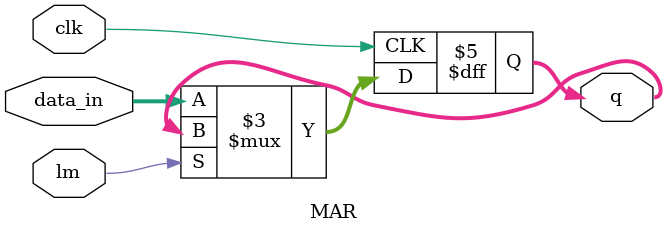
<source format=v>
`timescale 1ns / 1ps
module MAR(output reg [3:0] q,input [3:0] data_in,input clk,lm);

always @(posedge clk)
if (lm==0)
q<=data_in;
		 
endmodule


</source>
